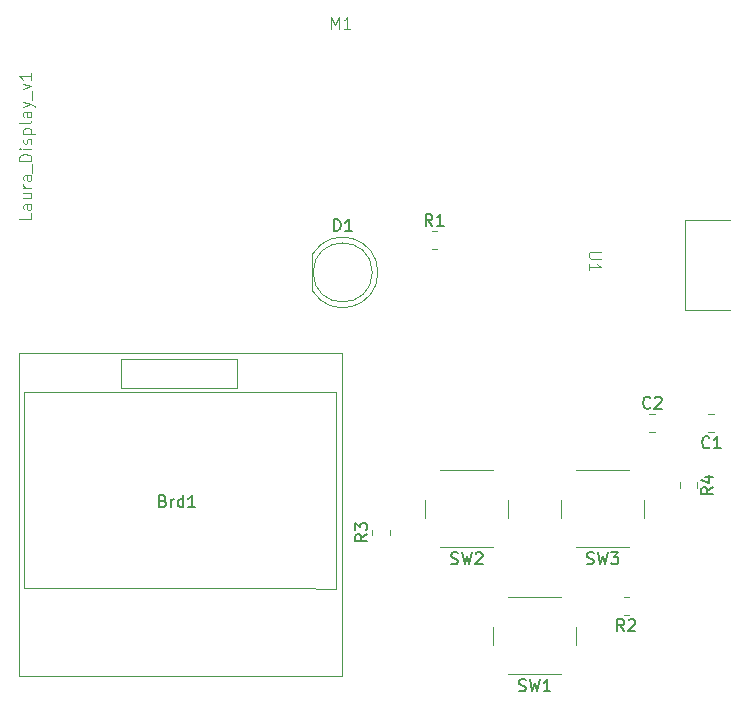
<source format=gbr>
%TF.GenerationSoftware,KiCad,Pcbnew,8.0.8*%
%TF.CreationDate,2025-02-27T23:00:34-08:00*%
%TF.ProjectId,514_final_display_pcb,3531345f-6669-46e6-916c-5f646973706c,rev?*%
%TF.SameCoordinates,Original*%
%TF.FileFunction,Legend,Top*%
%TF.FilePolarity,Positive*%
%FSLAX46Y46*%
G04 Gerber Fmt 4.6, Leading zero omitted, Abs format (unit mm)*
G04 Created by KiCad (PCBNEW 8.0.8) date 2025-02-27 23:00:34*
%MOMM*%
%LPD*%
G01*
G04 APERTURE LIST*
%ADD10C,0.100000*%
%ADD11C,0.150000*%
%ADD12C,0.120000*%
G04 APERTURE END LIST*
D10*
X76872419Y-80969925D02*
X76872419Y-81446115D01*
X76872419Y-81446115D02*
X75872419Y-81446115D01*
X76872419Y-80208020D02*
X76348609Y-80208020D01*
X76348609Y-80208020D02*
X76253371Y-80255639D01*
X76253371Y-80255639D02*
X76205752Y-80350877D01*
X76205752Y-80350877D02*
X76205752Y-80541353D01*
X76205752Y-80541353D02*
X76253371Y-80636591D01*
X76824800Y-80208020D02*
X76872419Y-80303258D01*
X76872419Y-80303258D02*
X76872419Y-80541353D01*
X76872419Y-80541353D02*
X76824800Y-80636591D01*
X76824800Y-80636591D02*
X76729561Y-80684210D01*
X76729561Y-80684210D02*
X76634323Y-80684210D01*
X76634323Y-80684210D02*
X76539085Y-80636591D01*
X76539085Y-80636591D02*
X76491466Y-80541353D01*
X76491466Y-80541353D02*
X76491466Y-80303258D01*
X76491466Y-80303258D02*
X76443847Y-80208020D01*
X76205752Y-79303258D02*
X76872419Y-79303258D01*
X76205752Y-79731829D02*
X76729561Y-79731829D01*
X76729561Y-79731829D02*
X76824800Y-79684210D01*
X76824800Y-79684210D02*
X76872419Y-79588972D01*
X76872419Y-79588972D02*
X76872419Y-79446115D01*
X76872419Y-79446115D02*
X76824800Y-79350877D01*
X76824800Y-79350877D02*
X76777180Y-79303258D01*
X76872419Y-78827067D02*
X76205752Y-78827067D01*
X76396228Y-78827067D02*
X76300990Y-78779448D01*
X76300990Y-78779448D02*
X76253371Y-78731829D01*
X76253371Y-78731829D02*
X76205752Y-78636591D01*
X76205752Y-78636591D02*
X76205752Y-78541353D01*
X76872419Y-77779448D02*
X76348609Y-77779448D01*
X76348609Y-77779448D02*
X76253371Y-77827067D01*
X76253371Y-77827067D02*
X76205752Y-77922305D01*
X76205752Y-77922305D02*
X76205752Y-78112781D01*
X76205752Y-78112781D02*
X76253371Y-78208019D01*
X76824800Y-77779448D02*
X76872419Y-77874686D01*
X76872419Y-77874686D02*
X76872419Y-78112781D01*
X76872419Y-78112781D02*
X76824800Y-78208019D01*
X76824800Y-78208019D02*
X76729561Y-78255638D01*
X76729561Y-78255638D02*
X76634323Y-78255638D01*
X76634323Y-78255638D02*
X76539085Y-78208019D01*
X76539085Y-78208019D02*
X76491466Y-78112781D01*
X76491466Y-78112781D02*
X76491466Y-77874686D01*
X76491466Y-77874686D02*
X76443847Y-77779448D01*
X76967657Y-77541353D02*
X76967657Y-76779448D01*
X76872419Y-76541352D02*
X75872419Y-76541352D01*
X75872419Y-76541352D02*
X75872419Y-76303257D01*
X75872419Y-76303257D02*
X75920038Y-76160400D01*
X75920038Y-76160400D02*
X76015276Y-76065162D01*
X76015276Y-76065162D02*
X76110514Y-76017543D01*
X76110514Y-76017543D02*
X76300990Y-75969924D01*
X76300990Y-75969924D02*
X76443847Y-75969924D01*
X76443847Y-75969924D02*
X76634323Y-76017543D01*
X76634323Y-76017543D02*
X76729561Y-76065162D01*
X76729561Y-76065162D02*
X76824800Y-76160400D01*
X76824800Y-76160400D02*
X76872419Y-76303257D01*
X76872419Y-76303257D02*
X76872419Y-76541352D01*
X76872419Y-75541352D02*
X76205752Y-75541352D01*
X75872419Y-75541352D02*
X75920038Y-75588971D01*
X75920038Y-75588971D02*
X75967657Y-75541352D01*
X75967657Y-75541352D02*
X75920038Y-75493733D01*
X75920038Y-75493733D02*
X75872419Y-75541352D01*
X75872419Y-75541352D02*
X75967657Y-75541352D01*
X76824800Y-75112781D02*
X76872419Y-75017543D01*
X76872419Y-75017543D02*
X76872419Y-74827067D01*
X76872419Y-74827067D02*
X76824800Y-74731829D01*
X76824800Y-74731829D02*
X76729561Y-74684210D01*
X76729561Y-74684210D02*
X76681942Y-74684210D01*
X76681942Y-74684210D02*
X76586704Y-74731829D01*
X76586704Y-74731829D02*
X76539085Y-74827067D01*
X76539085Y-74827067D02*
X76539085Y-74969924D01*
X76539085Y-74969924D02*
X76491466Y-75065162D01*
X76491466Y-75065162D02*
X76396228Y-75112781D01*
X76396228Y-75112781D02*
X76348609Y-75112781D01*
X76348609Y-75112781D02*
X76253371Y-75065162D01*
X76253371Y-75065162D02*
X76205752Y-74969924D01*
X76205752Y-74969924D02*
X76205752Y-74827067D01*
X76205752Y-74827067D02*
X76253371Y-74731829D01*
X76205752Y-74255638D02*
X77205752Y-74255638D01*
X76253371Y-74255638D02*
X76205752Y-74160400D01*
X76205752Y-74160400D02*
X76205752Y-73969924D01*
X76205752Y-73969924D02*
X76253371Y-73874686D01*
X76253371Y-73874686D02*
X76300990Y-73827067D01*
X76300990Y-73827067D02*
X76396228Y-73779448D01*
X76396228Y-73779448D02*
X76681942Y-73779448D01*
X76681942Y-73779448D02*
X76777180Y-73827067D01*
X76777180Y-73827067D02*
X76824800Y-73874686D01*
X76824800Y-73874686D02*
X76872419Y-73969924D01*
X76872419Y-73969924D02*
X76872419Y-74160400D01*
X76872419Y-74160400D02*
X76824800Y-74255638D01*
X76872419Y-73208019D02*
X76824800Y-73303257D01*
X76824800Y-73303257D02*
X76729561Y-73350876D01*
X76729561Y-73350876D02*
X75872419Y-73350876D01*
X76872419Y-72398495D02*
X76348609Y-72398495D01*
X76348609Y-72398495D02*
X76253371Y-72446114D01*
X76253371Y-72446114D02*
X76205752Y-72541352D01*
X76205752Y-72541352D02*
X76205752Y-72731828D01*
X76205752Y-72731828D02*
X76253371Y-72827066D01*
X76824800Y-72398495D02*
X76872419Y-72493733D01*
X76872419Y-72493733D02*
X76872419Y-72731828D01*
X76872419Y-72731828D02*
X76824800Y-72827066D01*
X76824800Y-72827066D02*
X76729561Y-72874685D01*
X76729561Y-72874685D02*
X76634323Y-72874685D01*
X76634323Y-72874685D02*
X76539085Y-72827066D01*
X76539085Y-72827066D02*
X76491466Y-72731828D01*
X76491466Y-72731828D02*
X76491466Y-72493733D01*
X76491466Y-72493733D02*
X76443847Y-72398495D01*
X76205752Y-72017542D02*
X76872419Y-71779447D01*
X76205752Y-71541352D02*
X76872419Y-71779447D01*
X76872419Y-71779447D02*
X77110514Y-71874685D01*
X77110514Y-71874685D02*
X77158133Y-71922304D01*
X77158133Y-71922304D02*
X77205752Y-72017542D01*
X76967657Y-71398495D02*
X76967657Y-70636590D01*
X76205752Y-70493732D02*
X76872419Y-70255637D01*
X76872419Y-70255637D02*
X76205752Y-70017542D01*
X76872419Y-69112780D02*
X76872419Y-69684208D01*
X76872419Y-69398494D02*
X75872419Y-69398494D01*
X75872419Y-69398494D02*
X76015276Y-69493732D01*
X76015276Y-69493732D02*
X76110514Y-69588970D01*
X76110514Y-69588970D02*
X76158133Y-69684208D01*
D11*
X102506905Y-82494819D02*
X102506905Y-81494819D01*
X102506905Y-81494819D02*
X102745000Y-81494819D01*
X102745000Y-81494819D02*
X102887857Y-81542438D01*
X102887857Y-81542438D02*
X102983095Y-81637676D01*
X102983095Y-81637676D02*
X103030714Y-81732914D01*
X103030714Y-81732914D02*
X103078333Y-81923390D01*
X103078333Y-81923390D02*
X103078333Y-82066247D01*
X103078333Y-82066247D02*
X103030714Y-82256723D01*
X103030714Y-82256723D02*
X102983095Y-82351961D01*
X102983095Y-82351961D02*
X102887857Y-82447200D01*
X102887857Y-82447200D02*
X102745000Y-82494819D01*
X102745000Y-82494819D02*
X102506905Y-82494819D01*
X104030714Y-82494819D02*
X103459286Y-82494819D01*
X103745000Y-82494819D02*
X103745000Y-81494819D01*
X103745000Y-81494819D02*
X103649762Y-81637676D01*
X103649762Y-81637676D02*
X103554524Y-81732914D01*
X103554524Y-81732914D02*
X103459286Y-81780533D01*
X134604819Y-104166666D02*
X134128628Y-104499999D01*
X134604819Y-104738094D02*
X133604819Y-104738094D01*
X133604819Y-104738094D02*
X133604819Y-104357142D01*
X133604819Y-104357142D02*
X133652438Y-104261904D01*
X133652438Y-104261904D02*
X133700057Y-104214285D01*
X133700057Y-104214285D02*
X133795295Y-104166666D01*
X133795295Y-104166666D02*
X133938152Y-104166666D01*
X133938152Y-104166666D02*
X134033390Y-104214285D01*
X134033390Y-104214285D02*
X134081009Y-104261904D01*
X134081009Y-104261904D02*
X134128628Y-104357142D01*
X134128628Y-104357142D02*
X134128628Y-104738094D01*
X133938152Y-103309523D02*
X134604819Y-103309523D01*
X133557200Y-103547618D02*
X134271485Y-103785713D01*
X134271485Y-103785713D02*
X134271485Y-103166666D01*
D10*
X102230476Y-65367419D02*
X102230476Y-64367419D01*
X102230476Y-64367419D02*
X102563809Y-65081704D01*
X102563809Y-65081704D02*
X102897142Y-64367419D01*
X102897142Y-64367419D02*
X102897142Y-65367419D01*
X103897142Y-65367419D02*
X103325714Y-65367419D01*
X103611428Y-65367419D02*
X103611428Y-64367419D01*
X103611428Y-64367419D02*
X103516190Y-64510276D01*
X103516190Y-64510276D02*
X103420952Y-64605514D01*
X103420952Y-64605514D02*
X103325714Y-64653133D01*
D11*
X127083333Y-116354819D02*
X126750000Y-115878628D01*
X126511905Y-116354819D02*
X126511905Y-115354819D01*
X126511905Y-115354819D02*
X126892857Y-115354819D01*
X126892857Y-115354819D02*
X126988095Y-115402438D01*
X126988095Y-115402438D02*
X127035714Y-115450057D01*
X127035714Y-115450057D02*
X127083333Y-115545295D01*
X127083333Y-115545295D02*
X127083333Y-115688152D01*
X127083333Y-115688152D02*
X127035714Y-115783390D01*
X127035714Y-115783390D02*
X126988095Y-115831009D01*
X126988095Y-115831009D02*
X126892857Y-115878628D01*
X126892857Y-115878628D02*
X126511905Y-115878628D01*
X127464286Y-115450057D02*
X127511905Y-115402438D01*
X127511905Y-115402438D02*
X127607143Y-115354819D01*
X127607143Y-115354819D02*
X127845238Y-115354819D01*
X127845238Y-115354819D02*
X127940476Y-115402438D01*
X127940476Y-115402438D02*
X127988095Y-115450057D01*
X127988095Y-115450057D02*
X128035714Y-115545295D01*
X128035714Y-115545295D02*
X128035714Y-115640533D01*
X128035714Y-115640533D02*
X127988095Y-115783390D01*
X127988095Y-115783390D02*
X127416667Y-116354819D01*
X127416667Y-116354819D02*
X128035714Y-116354819D01*
X112416667Y-110657200D02*
X112559524Y-110704819D01*
X112559524Y-110704819D02*
X112797619Y-110704819D01*
X112797619Y-110704819D02*
X112892857Y-110657200D01*
X112892857Y-110657200D02*
X112940476Y-110609580D01*
X112940476Y-110609580D02*
X112988095Y-110514342D01*
X112988095Y-110514342D02*
X112988095Y-110419104D01*
X112988095Y-110419104D02*
X112940476Y-110323866D01*
X112940476Y-110323866D02*
X112892857Y-110276247D01*
X112892857Y-110276247D02*
X112797619Y-110228628D01*
X112797619Y-110228628D02*
X112607143Y-110181009D01*
X112607143Y-110181009D02*
X112511905Y-110133390D01*
X112511905Y-110133390D02*
X112464286Y-110085771D01*
X112464286Y-110085771D02*
X112416667Y-109990533D01*
X112416667Y-109990533D02*
X112416667Y-109895295D01*
X112416667Y-109895295D02*
X112464286Y-109800057D01*
X112464286Y-109800057D02*
X112511905Y-109752438D01*
X112511905Y-109752438D02*
X112607143Y-109704819D01*
X112607143Y-109704819D02*
X112845238Y-109704819D01*
X112845238Y-109704819D02*
X112988095Y-109752438D01*
X113321429Y-109704819D02*
X113559524Y-110704819D01*
X113559524Y-110704819D02*
X113750000Y-109990533D01*
X113750000Y-109990533D02*
X113940476Y-110704819D01*
X113940476Y-110704819D02*
X114178572Y-109704819D01*
X114511905Y-109800057D02*
X114559524Y-109752438D01*
X114559524Y-109752438D02*
X114654762Y-109704819D01*
X114654762Y-109704819D02*
X114892857Y-109704819D01*
X114892857Y-109704819D02*
X114988095Y-109752438D01*
X114988095Y-109752438D02*
X115035714Y-109800057D01*
X115035714Y-109800057D02*
X115083333Y-109895295D01*
X115083333Y-109895295D02*
X115083333Y-109990533D01*
X115083333Y-109990533D02*
X115035714Y-110133390D01*
X115035714Y-110133390D02*
X114464286Y-110704819D01*
X114464286Y-110704819D02*
X115083333Y-110704819D01*
X110833333Y-82054819D02*
X110500000Y-81578628D01*
X110261905Y-82054819D02*
X110261905Y-81054819D01*
X110261905Y-81054819D02*
X110642857Y-81054819D01*
X110642857Y-81054819D02*
X110738095Y-81102438D01*
X110738095Y-81102438D02*
X110785714Y-81150057D01*
X110785714Y-81150057D02*
X110833333Y-81245295D01*
X110833333Y-81245295D02*
X110833333Y-81388152D01*
X110833333Y-81388152D02*
X110785714Y-81483390D01*
X110785714Y-81483390D02*
X110738095Y-81531009D01*
X110738095Y-81531009D02*
X110642857Y-81578628D01*
X110642857Y-81578628D02*
X110261905Y-81578628D01*
X111785714Y-82054819D02*
X111214286Y-82054819D01*
X111500000Y-82054819D02*
X111500000Y-81054819D01*
X111500000Y-81054819D02*
X111404762Y-81197676D01*
X111404762Y-81197676D02*
X111309524Y-81292914D01*
X111309524Y-81292914D02*
X111214286Y-81340533D01*
X88033333Y-105335009D02*
X88176190Y-105382628D01*
X88176190Y-105382628D02*
X88223809Y-105430247D01*
X88223809Y-105430247D02*
X88271428Y-105525485D01*
X88271428Y-105525485D02*
X88271428Y-105668342D01*
X88271428Y-105668342D02*
X88223809Y-105763580D01*
X88223809Y-105763580D02*
X88176190Y-105811200D01*
X88176190Y-105811200D02*
X88080952Y-105858819D01*
X88080952Y-105858819D02*
X87700000Y-105858819D01*
X87700000Y-105858819D02*
X87700000Y-104858819D01*
X87700000Y-104858819D02*
X88033333Y-104858819D01*
X88033333Y-104858819D02*
X88128571Y-104906438D01*
X88128571Y-104906438D02*
X88176190Y-104954057D01*
X88176190Y-104954057D02*
X88223809Y-105049295D01*
X88223809Y-105049295D02*
X88223809Y-105144533D01*
X88223809Y-105144533D02*
X88176190Y-105239771D01*
X88176190Y-105239771D02*
X88128571Y-105287390D01*
X88128571Y-105287390D02*
X88033333Y-105335009D01*
X88033333Y-105335009D02*
X87700000Y-105335009D01*
X88700000Y-105858819D02*
X88700000Y-105192152D01*
X88700000Y-105382628D02*
X88747619Y-105287390D01*
X88747619Y-105287390D02*
X88795238Y-105239771D01*
X88795238Y-105239771D02*
X88890476Y-105192152D01*
X88890476Y-105192152D02*
X88985714Y-105192152D01*
X89747619Y-105858819D02*
X89747619Y-104858819D01*
X89747619Y-105811200D02*
X89652381Y-105858819D01*
X89652381Y-105858819D02*
X89461905Y-105858819D01*
X89461905Y-105858819D02*
X89366667Y-105811200D01*
X89366667Y-105811200D02*
X89319048Y-105763580D01*
X89319048Y-105763580D02*
X89271429Y-105668342D01*
X89271429Y-105668342D02*
X89271429Y-105382628D01*
X89271429Y-105382628D02*
X89319048Y-105287390D01*
X89319048Y-105287390D02*
X89366667Y-105239771D01*
X89366667Y-105239771D02*
X89461905Y-105192152D01*
X89461905Y-105192152D02*
X89652381Y-105192152D01*
X89652381Y-105192152D02*
X89747619Y-105239771D01*
X90747619Y-105858819D02*
X90176191Y-105858819D01*
X90461905Y-105858819D02*
X90461905Y-104858819D01*
X90461905Y-104858819D02*
X90366667Y-105001676D01*
X90366667Y-105001676D02*
X90271429Y-105096914D01*
X90271429Y-105096914D02*
X90176191Y-105144533D01*
X105304819Y-108166666D02*
X104828628Y-108499999D01*
X105304819Y-108738094D02*
X104304819Y-108738094D01*
X104304819Y-108738094D02*
X104304819Y-108357142D01*
X104304819Y-108357142D02*
X104352438Y-108261904D01*
X104352438Y-108261904D02*
X104400057Y-108214285D01*
X104400057Y-108214285D02*
X104495295Y-108166666D01*
X104495295Y-108166666D02*
X104638152Y-108166666D01*
X104638152Y-108166666D02*
X104733390Y-108214285D01*
X104733390Y-108214285D02*
X104781009Y-108261904D01*
X104781009Y-108261904D02*
X104828628Y-108357142D01*
X104828628Y-108357142D02*
X104828628Y-108738094D01*
X104304819Y-107833332D02*
X104304819Y-107214285D01*
X104304819Y-107214285D02*
X104685771Y-107547618D01*
X104685771Y-107547618D02*
X104685771Y-107404761D01*
X104685771Y-107404761D02*
X104733390Y-107309523D01*
X104733390Y-107309523D02*
X104781009Y-107261904D01*
X104781009Y-107261904D02*
X104876247Y-107214285D01*
X104876247Y-107214285D02*
X105114342Y-107214285D01*
X105114342Y-107214285D02*
X105209580Y-107261904D01*
X105209580Y-107261904D02*
X105257200Y-107309523D01*
X105257200Y-107309523D02*
X105304819Y-107404761D01*
X105304819Y-107404761D02*
X105304819Y-107690475D01*
X105304819Y-107690475D02*
X105257200Y-107785713D01*
X105257200Y-107785713D02*
X105209580Y-107833332D01*
X118166667Y-121407200D02*
X118309524Y-121454819D01*
X118309524Y-121454819D02*
X118547619Y-121454819D01*
X118547619Y-121454819D02*
X118642857Y-121407200D01*
X118642857Y-121407200D02*
X118690476Y-121359580D01*
X118690476Y-121359580D02*
X118738095Y-121264342D01*
X118738095Y-121264342D02*
X118738095Y-121169104D01*
X118738095Y-121169104D02*
X118690476Y-121073866D01*
X118690476Y-121073866D02*
X118642857Y-121026247D01*
X118642857Y-121026247D02*
X118547619Y-120978628D01*
X118547619Y-120978628D02*
X118357143Y-120931009D01*
X118357143Y-120931009D02*
X118261905Y-120883390D01*
X118261905Y-120883390D02*
X118214286Y-120835771D01*
X118214286Y-120835771D02*
X118166667Y-120740533D01*
X118166667Y-120740533D02*
X118166667Y-120645295D01*
X118166667Y-120645295D02*
X118214286Y-120550057D01*
X118214286Y-120550057D02*
X118261905Y-120502438D01*
X118261905Y-120502438D02*
X118357143Y-120454819D01*
X118357143Y-120454819D02*
X118595238Y-120454819D01*
X118595238Y-120454819D02*
X118738095Y-120502438D01*
X119071429Y-120454819D02*
X119309524Y-121454819D01*
X119309524Y-121454819D02*
X119500000Y-120740533D01*
X119500000Y-120740533D02*
X119690476Y-121454819D01*
X119690476Y-121454819D02*
X119928572Y-120454819D01*
X120833333Y-121454819D02*
X120261905Y-121454819D01*
X120547619Y-121454819D02*
X120547619Y-120454819D01*
X120547619Y-120454819D02*
X120452381Y-120597676D01*
X120452381Y-120597676D02*
X120357143Y-120692914D01*
X120357143Y-120692914D02*
X120261905Y-120740533D01*
D10*
X125082580Y-84248095D02*
X124273057Y-84248095D01*
X124273057Y-84248095D02*
X124177819Y-84295714D01*
X124177819Y-84295714D02*
X124130200Y-84343333D01*
X124130200Y-84343333D02*
X124082580Y-84438571D01*
X124082580Y-84438571D02*
X124082580Y-84629047D01*
X124082580Y-84629047D02*
X124130200Y-84724285D01*
X124130200Y-84724285D02*
X124177819Y-84771904D01*
X124177819Y-84771904D02*
X124273057Y-84819523D01*
X124273057Y-84819523D02*
X125082580Y-84819523D01*
X124082580Y-85819523D02*
X124082580Y-85248095D01*
X124082580Y-85533809D02*
X125082580Y-85533809D01*
X125082580Y-85533809D02*
X124939723Y-85438571D01*
X124939723Y-85438571D02*
X124844485Y-85343333D01*
X124844485Y-85343333D02*
X124796866Y-85248095D01*
D11*
X134295833Y-100789580D02*
X134248214Y-100837200D01*
X134248214Y-100837200D02*
X134105357Y-100884819D01*
X134105357Y-100884819D02*
X134010119Y-100884819D01*
X134010119Y-100884819D02*
X133867262Y-100837200D01*
X133867262Y-100837200D02*
X133772024Y-100741961D01*
X133772024Y-100741961D02*
X133724405Y-100646723D01*
X133724405Y-100646723D02*
X133676786Y-100456247D01*
X133676786Y-100456247D02*
X133676786Y-100313390D01*
X133676786Y-100313390D02*
X133724405Y-100122914D01*
X133724405Y-100122914D02*
X133772024Y-100027676D01*
X133772024Y-100027676D02*
X133867262Y-99932438D01*
X133867262Y-99932438D02*
X134010119Y-99884819D01*
X134010119Y-99884819D02*
X134105357Y-99884819D01*
X134105357Y-99884819D02*
X134248214Y-99932438D01*
X134248214Y-99932438D02*
X134295833Y-99980057D01*
X135248214Y-100884819D02*
X134676786Y-100884819D01*
X134962500Y-100884819D02*
X134962500Y-99884819D01*
X134962500Y-99884819D02*
X134867262Y-100027676D01*
X134867262Y-100027676D02*
X134772024Y-100122914D01*
X134772024Y-100122914D02*
X134676786Y-100170533D01*
X123916667Y-110657200D02*
X124059524Y-110704819D01*
X124059524Y-110704819D02*
X124297619Y-110704819D01*
X124297619Y-110704819D02*
X124392857Y-110657200D01*
X124392857Y-110657200D02*
X124440476Y-110609580D01*
X124440476Y-110609580D02*
X124488095Y-110514342D01*
X124488095Y-110514342D02*
X124488095Y-110419104D01*
X124488095Y-110419104D02*
X124440476Y-110323866D01*
X124440476Y-110323866D02*
X124392857Y-110276247D01*
X124392857Y-110276247D02*
X124297619Y-110228628D01*
X124297619Y-110228628D02*
X124107143Y-110181009D01*
X124107143Y-110181009D02*
X124011905Y-110133390D01*
X124011905Y-110133390D02*
X123964286Y-110085771D01*
X123964286Y-110085771D02*
X123916667Y-109990533D01*
X123916667Y-109990533D02*
X123916667Y-109895295D01*
X123916667Y-109895295D02*
X123964286Y-109800057D01*
X123964286Y-109800057D02*
X124011905Y-109752438D01*
X124011905Y-109752438D02*
X124107143Y-109704819D01*
X124107143Y-109704819D02*
X124345238Y-109704819D01*
X124345238Y-109704819D02*
X124488095Y-109752438D01*
X124821429Y-109704819D02*
X125059524Y-110704819D01*
X125059524Y-110704819D02*
X125250000Y-109990533D01*
X125250000Y-109990533D02*
X125440476Y-110704819D01*
X125440476Y-110704819D02*
X125678572Y-109704819D01*
X125964286Y-109704819D02*
X126583333Y-109704819D01*
X126583333Y-109704819D02*
X126250000Y-110085771D01*
X126250000Y-110085771D02*
X126392857Y-110085771D01*
X126392857Y-110085771D02*
X126488095Y-110133390D01*
X126488095Y-110133390D02*
X126535714Y-110181009D01*
X126535714Y-110181009D02*
X126583333Y-110276247D01*
X126583333Y-110276247D02*
X126583333Y-110514342D01*
X126583333Y-110514342D02*
X126535714Y-110609580D01*
X126535714Y-110609580D02*
X126488095Y-110657200D01*
X126488095Y-110657200D02*
X126392857Y-110704819D01*
X126392857Y-110704819D02*
X126107143Y-110704819D01*
X126107143Y-110704819D02*
X126011905Y-110657200D01*
X126011905Y-110657200D02*
X125964286Y-110609580D01*
X129295833Y-97429580D02*
X129248214Y-97477200D01*
X129248214Y-97477200D02*
X129105357Y-97524819D01*
X129105357Y-97524819D02*
X129010119Y-97524819D01*
X129010119Y-97524819D02*
X128867262Y-97477200D01*
X128867262Y-97477200D02*
X128772024Y-97381961D01*
X128772024Y-97381961D02*
X128724405Y-97286723D01*
X128724405Y-97286723D02*
X128676786Y-97096247D01*
X128676786Y-97096247D02*
X128676786Y-96953390D01*
X128676786Y-96953390D02*
X128724405Y-96762914D01*
X128724405Y-96762914D02*
X128772024Y-96667676D01*
X128772024Y-96667676D02*
X128867262Y-96572438D01*
X128867262Y-96572438D02*
X129010119Y-96524819D01*
X129010119Y-96524819D02*
X129105357Y-96524819D01*
X129105357Y-96524819D02*
X129248214Y-96572438D01*
X129248214Y-96572438D02*
X129295833Y-96620057D01*
X129676786Y-96620057D02*
X129724405Y-96572438D01*
X129724405Y-96572438D02*
X129819643Y-96524819D01*
X129819643Y-96524819D02*
X130057738Y-96524819D01*
X130057738Y-96524819D02*
X130152976Y-96572438D01*
X130152976Y-96572438D02*
X130200595Y-96620057D01*
X130200595Y-96620057D02*
X130248214Y-96715295D01*
X130248214Y-96715295D02*
X130248214Y-96810533D01*
X130248214Y-96810533D02*
X130200595Y-96953390D01*
X130200595Y-96953390D02*
X129629167Y-97524819D01*
X129629167Y-97524819D02*
X130248214Y-97524819D01*
D12*
%TO.C,D1*%
X100685000Y-84455000D02*
X100685000Y-87545000D01*
X100685000Y-84455170D02*
G75*
G02*
X106235000Y-85999952I2560000J-1544830D01*
G01*
X106235000Y-86000048D02*
G75*
G02*
X100685000Y-87544830I-2990000J48D01*
G01*
X105745000Y-86000000D02*
G75*
G02*
X100745000Y-86000000I-2500000J0D01*
G01*
X100745000Y-86000000D02*
G75*
G02*
X105745000Y-86000000I2500000J0D01*
G01*
%TO.C,R4*%
X131765000Y-103772936D02*
X131765000Y-104227064D01*
X133235000Y-103772936D02*
X133235000Y-104227064D01*
%TO.C,R2*%
X127477064Y-113515000D02*
X127022936Y-113515000D01*
X127477064Y-114985000D02*
X127022936Y-114985000D01*
%TO.C,SW2*%
X110250000Y-105250000D02*
X110250000Y-106750000D01*
X111500000Y-109250000D02*
X116000000Y-109250000D01*
X116000000Y-102750000D02*
X111500000Y-102750000D01*
X117250000Y-106750000D02*
X117250000Y-105250000D01*
%TO.C,R1*%
X110772936Y-82515000D02*
X111227064Y-82515000D01*
X110772936Y-83985000D02*
X111227064Y-83985000D01*
%TO.C,Brd1*%
X75800000Y-92850000D02*
X103200000Y-92850000D01*
X75800000Y-120150000D02*
X75800000Y-92850000D01*
X76222000Y-96145000D02*
X99322000Y-96145000D01*
X76222000Y-112745000D02*
X76222000Y-96145000D01*
X84501000Y-93339000D02*
X84501000Y-95752000D01*
X84501000Y-93339000D02*
X94280000Y-93339000D01*
X94280000Y-93339000D02*
X94280000Y-95752000D01*
X94280000Y-95752000D02*
X84501000Y-95752000D01*
X99322000Y-96145000D02*
X102408000Y-96145000D01*
X99322000Y-112745000D02*
X76222000Y-112745000D01*
X99322000Y-112745000D02*
X102662000Y-112770000D01*
X102662000Y-96133000D02*
X102408000Y-96145000D01*
X102662000Y-112770000D02*
X102662000Y-96133000D01*
X103200000Y-92850000D02*
X103200000Y-120150000D01*
X103200000Y-120150000D02*
X75800000Y-120150000D01*
%TO.C,R3*%
X105765000Y-108227064D02*
X105765000Y-107772936D01*
X107235000Y-108227064D02*
X107235000Y-107772936D01*
%TO.C,SW1*%
X116000000Y-116000000D02*
X116000000Y-117500000D01*
X117250000Y-120000000D02*
X121750000Y-120000000D01*
X121750000Y-113500000D02*
X117250000Y-113500000D01*
X123000000Y-117500000D02*
X123000000Y-116000000D01*
D10*
%TO.C,U1*%
X132220000Y-81570000D02*
X132220000Y-89190000D01*
X132220000Y-89190000D02*
X136030000Y-89190000D01*
X136030000Y-81570000D02*
X132220000Y-81570000D01*
D12*
%TO.C,C1*%
X134723752Y-98015000D02*
X134201248Y-98015000D01*
X134723752Y-99485000D02*
X134201248Y-99485000D01*
%TO.C,SW3*%
X121750000Y-105250000D02*
X121750000Y-106750000D01*
X123000000Y-109250000D02*
X127500000Y-109250000D01*
X127500000Y-102750000D02*
X123000000Y-102750000D01*
X128750000Y-106750000D02*
X128750000Y-105250000D01*
%TO.C,C2*%
X129201248Y-98015000D02*
X129723752Y-98015000D01*
X129201248Y-99485000D02*
X129723752Y-99485000D01*
%TD*%
M02*

</source>
